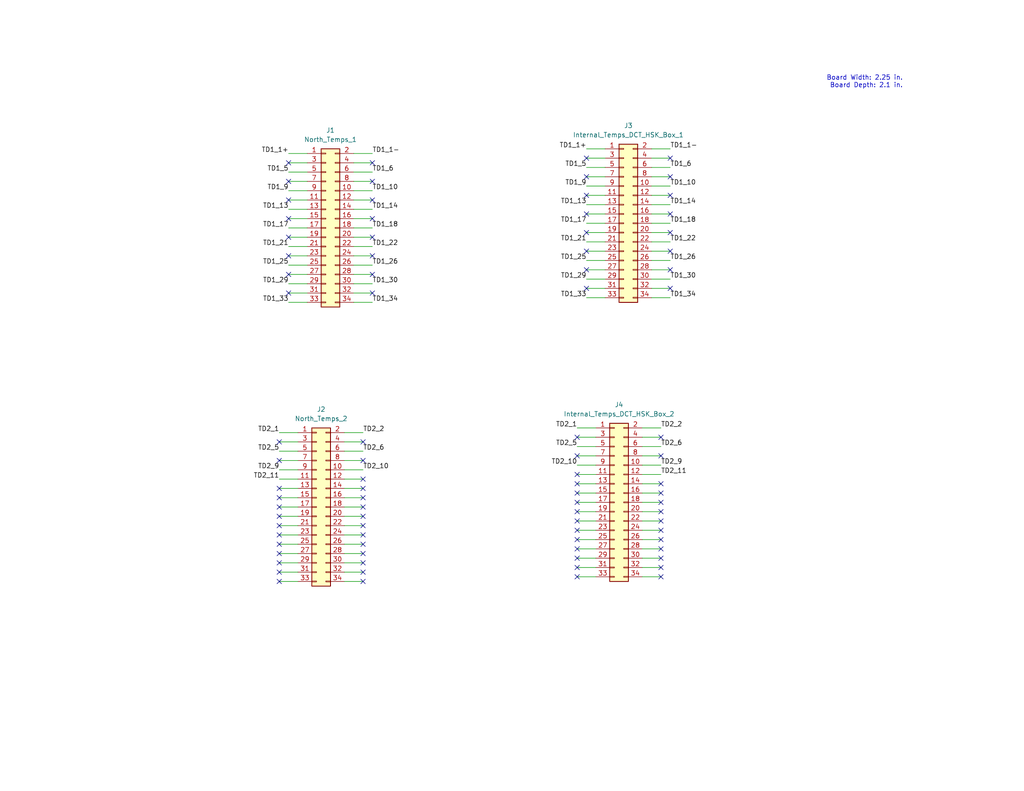
<source format=kicad_sch>
(kicad_sch (version 20230121) (generator eeschema)
  (paper "USLetter")
  (title_block (title "Temps Pass Through North") (date "2022-10-24") (rev "A") (company "The Ohio State University"))
  (lib_symbols
    (symbol "Connector_Generic:Conn_02x17_Odd_Even" (pin_names (offset 1.016) hide)
      (property "Reference" "J" (at 1.27 22.86 0))
      (property "Value" "Conn_02x17_Odd_Even" (at 1.27 -22.86 0))
      (symbol "Conn_02x17_Odd_Even_1_1"
        (rectangle (start -1.27 -20.193) (end 0 -20.447) (stroke (width 0.1524)))
        (rectangle (start -1.27 -17.653) (end 0 -17.907) (stroke (width 0.1524)))
        (rectangle (start -1.27 -15.113) (end 0 -15.367) (stroke (width 0.1524)))
        (rectangle (start -1.27 -12.573) (end 0 -12.827) (stroke (width 0.1524)))
        (rectangle (start -1.27 -10.033) (end 0 -10.287) (stroke (width 0.1524)))
        (rectangle (start -1.27 -7.493) (end 0 -7.747) (stroke (width 0.1524)))
        (rectangle (start -1.27 -4.953) (end 0 -5.207) (stroke (width 0.1524)))
        (rectangle (start -1.27 -2.413) (end 0 -2.667) (stroke (width 0.1524)))
        (rectangle (start -1.27 0.127) (end 0 -0.127) (stroke (width 0.1524)))
        (rectangle (start -1.27 2.667) (end 0 2.413) (stroke (width 0.1524)))
        (rectangle (start -1.27 5.207) (end 0 4.953) (stroke (width 0.1524)))
        (rectangle (start -1.27 7.747) (end 0 7.493) (stroke (width 0.1524)))
        (rectangle (start -1.27 10.287) (end 0 10.033) (stroke (width 0.1524)))
        (rectangle (start -1.27 12.827) (end 0 12.573) (stroke (width 0.1524)))
        (rectangle (start -1.27 15.367) (end 0 15.113) (stroke (width 0.1524)))
        (rectangle (start -1.27 17.907) (end 0 17.653) (stroke (width 0.1524)))
        (rectangle (start -1.27 20.447) (end 0 20.193) (stroke (width 0.1524)))
        (rectangle (start -1.27 21.59) (end 3.81 -21.59) (stroke (width 0.254)) (fill (type background)))
        (rectangle (start 3.81 -20.193) (end 2.54 -20.447) (stroke (width 0.1524)))
        (rectangle (start 3.81 -17.653) (end 2.54 -17.907) (stroke (width 0.1524)))
        (rectangle (start 3.81 -15.113) (end 2.54 -15.367) (stroke (width 0.1524)))
        (rectangle (start 3.81 -12.573) (end 2.54 -12.827) (stroke (width 0.1524)))
        (rectangle (start 3.81 -10.033) (end 2.54 -10.287) (stroke (width 0.1524)))
        (rectangle (start 3.81 -7.493) (end 2.54 -7.747) (stroke (width 0.1524)))
        (rectangle (start 3.81 -4.953) (end 2.54 -5.207) (stroke (width 0.1524)))
        (rectangle (start 3.81 -2.413) (end 2.54 -2.667) (stroke (width 0.1524)))
        (rectangle (start 3.81 0.127) (end 2.54 -0.127) (stroke (width 0.1524)))
        (rectangle (start 3.81 2.667) (end 2.54 2.413) (stroke (width 0.1524)))
        (rectangle (start 3.81 5.207) (end 2.54 4.953) (stroke (width 0.1524)))
        (rectangle (start 3.81 7.747) (end 2.54 7.493) (stroke (width 0.1524)))
        (rectangle (start 3.81 10.287) (end 2.54 10.033) (stroke (width 0.1524)))
        (rectangle (start 3.81 12.827) (end 2.54 12.573) (stroke (width 0.1524)))
        (rectangle (start 3.81 15.367) (end 2.54 15.113) (stroke (width 0.1524)))
        (rectangle (start 3.81 17.907) (end 2.54 17.653) (stroke (width 0.1524)))
        (rectangle (start 3.81 20.447) (end 2.54 20.193) (stroke (width 0.1524)))
        (pin passive line (at -5.08 20.32 0) (length 3.81) (name "Pin_1") (number "1"))
        (pin passive line (at 7.62 10.16 180) (length 3.81) (name "Pin_10") (number "10"))
        (pin passive line (at -5.08 7.62 0) (length 3.81) (name "Pin_11") (number "11"))
        (pin passive line (at 7.62 7.62 180) (length 3.81) (name "Pin_12") (number "12"))
        (pin passive line (at -5.08 5.08 0) (length 3.81) (name "Pin_13") (number "13"))
        (pin passive line (at 7.62 5.08 180) (length 3.81) (name "Pin_14") (number "14"))
        (pin passive line (at -5.08 2.54 0) (length 3.81) (name "Pin_15") (number "15"))
        (pin passive line (at 7.62 2.54 180) (length 3.81) (name "Pin_16") (number "16"))
        (pin passive line (at -5.08 0 0) (length 3.81) (name "Pin_17") (number "17"))
        (pin passive line (at 7.62 0 180) (length 3.81) (name "Pin_18") (number "18"))
        (pin passive line (at -5.08 -2.54 0) (length 3.81) (name "Pin_19") (number "19"))
        (pin passive line (at 7.62 20.32 180) (length 3.81) (name "Pin_2") (number "2"))
        (pin passive line (at 7.62 -2.54 180) (length 3.81) (name "Pin_20") (number "20"))
        (pin passive line (at -5.08 -5.08 0) (length 3.81) (name "Pin_21") (number "21"))
        (pin passive line (at 7.62 -5.08 180) (length 3.81) (name "Pin_22") (number "22"))
        (pin passive line (at -5.08 -7.62 0) (length 3.81) (name "Pin_23") (number "23"))
        (pin passive line (at 7.62 -7.62 180) (length 3.81) (name "Pin_24") (number "24"))
        (pin passive line (at -5.08 -10.16 0) (length 3.81) (name "Pin_25") (number "25"))
        (pin passive line (at 7.62 -10.16 180) (length 3.81) (name "Pin_26") (number "26"))
        (pin passive line (at -5.08 -12.7 0) (length 3.81) (name "Pin_27") (number "27"))
        (pin passive line (at 7.62 -12.7 180) (length 3.81) (name "Pin_28") (number "28"))
        (pin passive line (at -5.08 -15.24 0) (length 3.81) (name "Pin_29") (number "29"))
        (pin passive line (at -5.08 17.78 0) (length 3.81) (name "Pin_3") (number "3"))
        (pin passive line (at 7.62 -15.24 180) (length 3.81) (name "Pin_30") (number "30"))
        (pin passive line (at -5.08 -17.78 0) (length 3.81) (name "Pin_31") (number "31"))
        (pin passive line (at 7.62 -17.78 180) (length 3.81) (name "Pin_32") (number "32"))
        (pin passive line (at -5.08 -20.32 0) (length 3.81) (name "Pin_33") (number "33"))
        (pin passive line (at 7.62 -20.32 180) (length 3.81) (name "Pin_34") (number "34"))
        (pin passive line (at 7.62 17.78 180) (length 3.81) (name "Pin_4") (number "4"))
        (pin passive line (at -5.08 15.24 0) (length 3.81) (name "Pin_5") (number "5"))
        (pin passive line (at 7.62 15.24 180) (length 3.81) (name "Pin_6") (number "6"))
        (pin passive line (at -5.08 12.7 0) (length 3.81) (name "Pin_7") (number "7"))
        (pin passive line (at 7.62 12.7 180) (length 3.81) (name "Pin_8") (number "8"))
        (pin passive line (at -5.08 10.16 0) (length 3.81) (name "Pin_9") (number "9"))
      )
    )
  )
  (no_connect (at 180.34 152.4))
  (no_connect (at 76.2 140.97))
  (no_connect (at 157.48 132.08))
  (no_connect (at 157.48 137.16))
  (no_connect (at 78.74 69.85))
  (no_connect (at 160.02 68.58))
  (no_connect (at 180.34 157.48))
  (no_connect (at 182.88 58.42))
  (no_connect (at 99.06 146.05))
  (no_connect (at 182.88 43.18))
  (no_connect (at 76.2 151.13))
  (no_connect (at 160.02 63.5))
  (no_connect (at 78.74 80.01))
  (no_connect (at 99.06 151.13))
  (no_connect (at 101.6 44.45))
  (no_connect (at 78.74 59.69))
  (no_connect (at 180.34 139.7))
  (no_connect (at 99.06 153.67))
  (no_connect (at 99.06 125.73))
  (no_connect (at 76.2 143.51))
  (no_connect (at 76.2 135.89))
  (no_connect (at 180.34 137.16))
  (no_connect (at 157.48 124.46))
  (no_connect (at 99.06 133.35))
  (no_connect (at 101.6 80.01))
  (no_connect (at 78.74 44.45))
  (no_connect (at 180.34 142.24))
  (no_connect (at 99.06 135.89))
  (no_connect (at 78.74 64.77))
  (no_connect (at 76.2 153.67))
  (no_connect (at 157.48 157.48))
  (no_connect (at 157.48 147.32))
  (no_connect (at 180.34 154.94))
  (no_connect (at 180.34 119.38))
  (no_connect (at 182.88 78.74))
  (no_connect (at 101.6 54.61))
  (no_connect (at 76.2 125.73))
  (no_connect (at 180.34 147.32))
  (no_connect (at 76.2 148.59))
  (no_connect (at 182.88 53.34))
  (no_connect (at 99.06 130.81))
  (no_connect (at 182.88 63.5))
  (no_connect (at 99.06 138.43))
  (no_connect (at 101.6 59.69))
  (no_connect (at 182.88 73.66))
  (no_connect (at 99.06 158.75))
  (no_connect (at 160.02 78.74))
  (no_connect (at 157.48 152.4))
  (no_connect (at 180.34 132.08))
  (no_connect (at 180.34 124.46))
  (no_connect (at 76.2 158.75))
  (no_connect (at 160.02 43.18))
  (no_connect (at 157.48 134.62))
  (no_connect (at 76.2 120.65))
  (no_connect (at 78.74 74.93))
  (no_connect (at 157.48 119.38))
  (no_connect (at 160.02 48.26))
  (no_connect (at 99.06 120.65))
  (no_connect (at 76.2 138.43))
  (no_connect (at 76.2 156.21))
  (no_connect (at 157.48 139.7))
  (no_connect (at 78.74 54.61))
  (no_connect (at 182.88 48.26))
  (no_connect (at 101.6 64.77))
  (no_connect (at 101.6 74.93))
  (no_connect (at 101.6 69.85))
  (no_connect (at 76.2 146.05))
  (no_connect (at 99.06 148.59))
  (no_connect (at 78.74 49.53))
  (no_connect (at 180.34 144.78))
  (no_connect (at 180.34 134.62))
  (no_connect (at 99.06 143.51))
  (no_connect (at 76.2 133.35))
  (no_connect (at 180.34 149.86))
  (no_connect (at 160.02 73.66))
  (no_connect (at 157.48 144.78))
  (no_connect (at 157.48 154.94))
  (no_connect (at 99.06 156.21))
  (no_connect (at 160.02 53.34))
  (no_connect (at 182.88 68.58))
  (no_connect (at 157.48 142.24))
  (no_connect (at 157.48 149.86))
  (no_connect (at 160.02 58.42))
  (no_connect (at 101.6 49.53))
  (no_connect (at 157.48 129.54))
  (no_connect (at 99.06 140.97))
  (wire (pts (xy 160.02 78.74) (xy 165.1 78.74)))
  (wire (pts (xy 157.48 132.08) (xy 162.56 132.08)))
  (wire (pts (xy 175.26 142.24) (xy 180.34 142.24)))
  (wire (pts (xy 93.98 120.65) (xy 99.06 120.65)))
  (wire (pts (xy 93.98 156.21) (xy 99.06 156.21)))
  (wire (pts (xy 177.8 40.64) (xy 182.88 40.64)))
  (wire (pts (xy 175.26 154.94) (xy 180.34 154.94)))
  (wire (pts (xy 76.2 135.89) (xy 81.28 135.89)))
  (wire (pts (xy 76.2 123.19) (xy 81.28 123.19)))
  (wire (pts (xy 160.02 43.18) (xy 165.1 43.18)))
  (wire (pts (xy 93.98 128.27) (xy 99.06 128.27)))
  (wire (pts (xy 157.48 137.16) (xy 162.56 137.16)))
  (wire (pts (xy 96.52 69.85) (xy 101.6 69.85)))
  (wire (pts (xy 93.98 118.11) (xy 99.06 118.11)))
  (wire (pts (xy 157.48 147.32) (xy 162.56 147.32)))
  (wire (pts (xy 160.02 48.26) (xy 165.1 48.26)))
  (wire (pts (xy 175.26 132.08) (xy 180.34 132.08)))
  (wire (pts (xy 76.2 128.27) (xy 81.28 128.27)))
  (wire (pts (xy 78.74 46.99) (xy 83.82 46.99)))
  (wire (pts (xy 76.2 156.21) (xy 81.28 156.21)))
  (wire (pts (xy 93.98 140.97) (xy 99.06 140.97)))
  (wire (pts (xy 76.2 118.11) (xy 81.28 118.11)))
  (wire (pts (xy 78.74 74.93) (xy 83.82 74.93)))
  (wire (pts (xy 93.98 146.05) (xy 99.06 146.05)))
  (wire (pts (xy 175.26 157.48) (xy 180.34 157.48)))
  (wire (pts (xy 78.74 67.31) (xy 83.82 67.31)))
  (wire (pts (xy 160.02 71.12) (xy 165.1 71.12)))
  (wire (pts (xy 76.2 151.13) (xy 81.28 151.13)))
  (wire (pts (xy 157.48 144.78) (xy 162.56 144.78)))
  (wire (pts (xy 93.98 148.59) (xy 99.06 148.59)))
  (wire (pts (xy 78.74 59.69) (xy 83.82 59.69)))
  (wire (pts (xy 177.8 58.42) (xy 182.88 58.42)))
  (wire (pts (xy 160.02 60.96) (xy 165.1 60.96)))
  (wire (pts (xy 93.98 138.43) (xy 99.06 138.43)))
  (wire (pts (xy 160.02 58.42) (xy 165.1 58.42)))
  (wire (pts (xy 157.48 134.62) (xy 162.56 134.62)))
  (wire (pts (xy 177.8 76.2) (xy 182.88 76.2)))
  (wire (pts (xy 76.2 138.43) (xy 81.28 138.43)))
  (wire (pts (xy 96.52 54.61) (xy 101.6 54.61)))
  (wire (pts (xy 177.8 55.88) (xy 182.88 55.88)))
  (wire (pts (xy 157.48 142.24) (xy 162.56 142.24)))
  (wire (pts (xy 160.02 68.58) (xy 165.1 68.58)))
  (wire (pts (xy 177.8 68.58) (xy 182.88 68.58)))
  (wire (pts (xy 76.2 158.75) (xy 81.28 158.75)))
  (wire (pts (xy 96.52 72.39) (xy 101.6 72.39)))
  (wire (pts (xy 177.8 50.8) (xy 182.88 50.8)))
  (wire (pts (xy 175.26 119.38) (xy 180.34 119.38)))
  (wire (pts (xy 93.98 125.73) (xy 99.06 125.73)))
  (wire (pts (xy 177.8 66.04) (xy 182.88 66.04)))
  (wire (pts (xy 76.2 140.97) (xy 81.28 140.97)))
  (wire (pts (xy 78.74 82.55) (xy 83.82 82.55)))
  (wire (pts (xy 96.52 49.53) (xy 101.6 49.53)))
  (wire (pts (xy 175.26 149.86) (xy 180.34 149.86)))
  (wire (pts (xy 96.52 44.45) (xy 101.6 44.45)))
  (wire (pts (xy 175.26 147.32) (xy 180.34 147.32)))
  (wire (pts (xy 160.02 55.88) (xy 165.1 55.88)))
  (wire (pts (xy 78.74 77.47) (xy 83.82 77.47)))
  (wire (pts (xy 177.8 43.18) (xy 182.88 43.18)))
  (wire (pts (xy 78.74 62.23) (xy 83.82 62.23)))
  (wire (pts (xy 160.02 53.34) (xy 165.1 53.34)))
  (wire (pts (xy 96.52 62.23) (xy 101.6 62.23)))
  (wire (pts (xy 175.26 121.92) (xy 180.34 121.92)))
  (wire (pts (xy 157.48 127) (xy 162.56 127)))
  (wire (pts (xy 160.02 66.04) (xy 165.1 66.04)))
  (wire (pts (xy 157.48 119.38) (xy 162.56 119.38)))
  (wire (pts (xy 96.52 74.93) (xy 101.6 74.93)))
  (wire (pts (xy 96.52 77.47) (xy 101.6 77.47)))
  (wire (pts (xy 78.74 57.15) (xy 83.82 57.15)))
  (wire (pts (xy 78.74 49.53) (xy 83.82 49.53)))
  (wire (pts (xy 96.52 80.01) (xy 101.6 80.01)))
  (wire (pts (xy 78.74 52.07) (xy 83.82 52.07)))
  (wire (pts (xy 175.26 116.84) (xy 180.34 116.84)))
  (wire (pts (xy 76.2 125.73) (xy 81.28 125.73)))
  (wire (pts (xy 177.8 63.5) (xy 182.88 63.5)))
  (wire (pts (xy 78.74 54.61) (xy 83.82 54.61)))
  (wire (pts (xy 76.2 130.81) (xy 81.28 130.81)))
  (wire (pts (xy 157.48 139.7) (xy 162.56 139.7)))
  (wire (pts (xy 76.2 146.05) (xy 81.28 146.05)))
  (wire (pts (xy 93.98 151.13) (xy 99.06 151.13)))
  (wire (pts (xy 157.48 149.86) (xy 162.56 149.86)))
  (wire (pts (xy 76.2 148.59) (xy 81.28 148.59)))
  (wire (pts (xy 78.74 44.45) (xy 83.82 44.45)))
  (wire (pts (xy 175.26 137.16) (xy 180.34 137.16)))
  (wire (pts (xy 175.26 139.7) (xy 180.34 139.7)))
  (wire (pts (xy 78.74 72.39) (xy 83.82 72.39)))
  (wire (pts (xy 76.2 120.65) (xy 81.28 120.65)))
  (wire (pts (xy 177.8 45.72) (xy 182.88 45.72)))
  (wire (pts (xy 78.74 80.01) (xy 83.82 80.01)))
  (wire (pts (xy 96.52 41.91) (xy 101.6 41.91)))
  (wire (pts (xy 177.8 73.66) (xy 182.88 73.66)))
  (wire (pts (xy 177.8 48.26) (xy 182.88 48.26)))
  (wire (pts (xy 160.02 50.8) (xy 165.1 50.8)))
  (wire (pts (xy 78.74 64.77) (xy 83.82 64.77)))
  (wire (pts (xy 160.02 73.66) (xy 165.1 73.66)))
  (wire (pts (xy 160.02 76.2) (xy 165.1 76.2)))
  (wire (pts (xy 157.48 124.46) (xy 162.56 124.46)))
  (wire (pts (xy 96.52 46.99) (xy 101.6 46.99)))
  (wire (pts (xy 93.98 143.51) (xy 99.06 143.51)))
  (wire (pts (xy 93.98 130.81) (xy 99.06 130.81)))
  (wire (pts (xy 76.2 133.35) (xy 81.28 133.35)))
  (wire (pts (xy 157.48 154.94) (xy 162.56 154.94)))
  (wire (pts (xy 177.8 71.12) (xy 182.88 71.12)))
  (wire (pts (xy 93.98 135.89) (xy 99.06 135.89)))
  (wire (pts (xy 175.26 129.54) (xy 180.34 129.54)))
  (wire (pts (xy 157.48 157.48) (xy 162.56 157.48)))
  (wire (pts (xy 93.98 158.75) (xy 99.06 158.75)))
  (wire (pts (xy 76.2 143.51) (xy 81.28 143.51)))
  (wire (pts (xy 78.74 41.91) (xy 83.82 41.91)))
  (wire (pts (xy 93.98 133.35) (xy 99.06 133.35)))
  (wire (pts (xy 157.48 121.92) (xy 162.56 121.92)))
  (wire (pts (xy 177.8 60.96) (xy 182.88 60.96)))
  (wire (pts (xy 160.02 45.72) (xy 165.1 45.72)))
  (wire (pts (xy 96.52 82.55) (xy 101.6 82.55)))
  (wire (pts (xy 93.98 153.67) (xy 99.06 153.67)))
  (wire (pts (xy 160.02 63.5) (xy 165.1 63.5)))
  (wire (pts (xy 157.48 152.4) (xy 162.56 152.4)))
  (wire (pts (xy 177.8 81.28) (xy 182.88 81.28)))
  (wire (pts (xy 157.48 129.54) (xy 162.56 129.54)))
  (wire (pts (xy 93.98 123.19) (xy 99.06 123.19)))
  (wire (pts (xy 177.8 78.74) (xy 182.88 78.74)))
  (wire (pts (xy 175.26 152.4) (xy 180.34 152.4)))
  (wire (pts (xy 177.8 53.34) (xy 182.88 53.34)))
  (wire (pts (xy 96.52 67.31) (xy 101.6 67.31)))
  (wire (pts (xy 157.48 116.84) (xy 162.56 116.84)))
  (wire (pts (xy 175.26 127) (xy 180.34 127)))
  (wire (pts (xy 96.52 57.15) (xy 101.6 57.15)))
  (wire (pts (xy 96.52 64.77) (xy 101.6 64.77)))
  (wire (pts (xy 160.02 81.28) (xy 165.1 81.28)))
  (wire (pts (xy 175.26 124.46) (xy 180.34 124.46)))
  (wire (pts (xy 160.02 40.64) (xy 165.1 40.64)))
  (wire (pts (xy 175.26 144.78) (xy 180.34 144.78)))
  (wire (pts (xy 76.2 153.67) (xy 81.28 153.67)))
  (wire (pts (xy 175.26 134.62) (xy 180.34 134.62)))
  (wire (pts (xy 96.52 52.07) (xy 101.6 52.07)))
  (wire (pts (xy 78.74 69.85) (xy 83.82 69.85)))
  (wire (pts (xy 96.52 59.69) (xy 101.6 59.69)))
  (text "Board Width: 2.25 in.\nBoard Depth: 2.1 in." (at 246.38 24.13 0) (effects (font (size 1.27 1.27)) (justify right bottom)))
  (label "TD2_11" (at 180.34 129.54 0))
  (label "TD2_5" (at 157.48 121.92 180))
  (label "TD1_33" (at 160.02 81.28 180))
  (label "TD1_14" (at 101.6 57.15 0))
  (label "TD1_13" (at 160.02 55.88 180))
  (label "TD1_1+" (at 78.74 41.91 180))
  (label "TD1_1-" (at 182.88 40.64 0))
  (label "TD1_26" (at 101.6 72.39 0))
  (label "TD1_18" (at 182.88 60.96 0))
  (label "TD2_10" (at 157.48 127 180))
  (label "TD1_10" (at 182.88 50.8 0))
  (label "TD2_1" (at 157.48 116.84 180))
  (label "TD1_14" (at 182.88 55.88 0))
  (label "TD2_2" (at 180.34 116.84 0))
  (label "TD2_9" (at 76.2 128.27 180))
  (label "TD2_6" (at 180.34 121.92 0))
  (label "TD1_17" (at 160.02 60.96 180))
  (label "TD1_34" (at 101.6 82.55 0))
  (label "TD1_13" (at 78.74 57.15 180))
  (label "TD1_18" (at 101.6 62.23 0))
  (label "TD1_6" (at 101.6 46.99 0))
  (label "TD1_22" (at 101.6 67.31 0))
  (label "TD1_29" (at 160.02 76.2 180))
  (label "TD1_5" (at 78.74 46.99 180))
  (label "TD1_9" (at 78.74 52.07 180))
  (label "TD1_10" (at 101.6 52.07 0))
  (label "TD1_34" (at 182.88 81.28 0))
  (label "TD2_10" (at 99.06 128.27 0))
  (label "TD1_33" (at 78.74 82.55 180))
  (label "TD1_25" (at 78.74 72.39 180))
  (label "TD1_21" (at 78.74 67.31 180))
  (label "TD1_6" (at 182.88 45.72 0))
  (label "TD1_26" (at 182.88 71.12 0))
  (label "TD1_1-" (at 101.6 41.91 0))
  (label "TD2_2" (at 99.06 118.11 0))
  (label "TD1_29" (at 78.74 77.47 180))
  (label "TD1_1+" (at 160.02 40.64 180))
  (label "TD1_30" (at 101.6 77.47 0))
  (label "TD2_6" (at 99.06 123.19 0))
  (label "TD1_17" (at 78.74 62.23 180))
  (label "TD2_1" (at 76.2 118.11 180))
  (label "TD1_30" (at 182.88 76.2 0))
  (label "TD1_21" (at 160.02 66.04 180))
  (label "TD1_5" (at 160.02 45.72 180))
  (label "TD2_9" (at 180.34 127 0))
  (label "TD1_22" (at 182.88 66.04 0))
  (label "TD2_11" (at 76.2 130.81 180))
  (label "TD1_25" (at 160.02 71.12 180))
  (label "TD1_9" (at 160.02 50.8 180))
  (label "TD2_5" (at 76.2 123.19 180))
  (symbol (lib_id "Connector_Generic:Conn_02x17_Odd_Even") (at 170.18 60.96 0) (unit 1)
    (property "Reference" "J3" (at 171.45 34.29 0))
    (property "Value" "Internal_Temps_DCT_HSK_Box_1" (at 171.45 36.83 0))
    (property "Footprint" "HELIX:HELIX_DCT_ICDconnector34pin_corrected" (effects hide))
  )
  (symbol (lib_id "Connector_Generic:Conn_02x17_Odd_Even") (at 86.36 138.43 0) (unit 1)
    (property "Reference" "J2" (at 87.63 111.76 0))
    (property "Value" "North_Temps_2" (at 87.63 114.3 0))
    (property "Footprint" "HELIX:HELIX_DCT_ICDconnector34pin_corrected" (effects hide))
  )
  (symbol (lib_id "Connector_Generic:Conn_02x17_Odd_Even") (at 88.9 62.23 0) (unit 1)
    (property "Reference" "J1" (at 90.17 35.56 0))
    (property "Value" "North_Temps_1" (at 90.17 38.1 0))
    (property "Footprint" "HELIX:HELIX_DCT_ICDconnector34pin_corrected" (effects hide))
  )
  (symbol (lib_id "Connector_Generic:Conn_02x17_Odd_Even") (at 167.64 137.16 0) (unit 1)
    (property "Reference" "J4" (at 168.91 110.49 0))
    (property "Value" "Internal_Temps_DCT_HSK_Box_2" (at 168.91 113.03 0))
    (property "Footprint" "HELIX:HELIX_DCT_ICDconnector34pin_corrected" (effects hide))
  )
)
</source>
